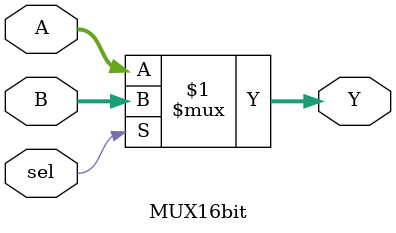
<source format=v>
module MUX16bit (
    input [15:0] A,
    input [15:0] B,
    input sel,
    output [15:0] Y
);
    assign Y = sel ? B : A;
endmodule
</source>
